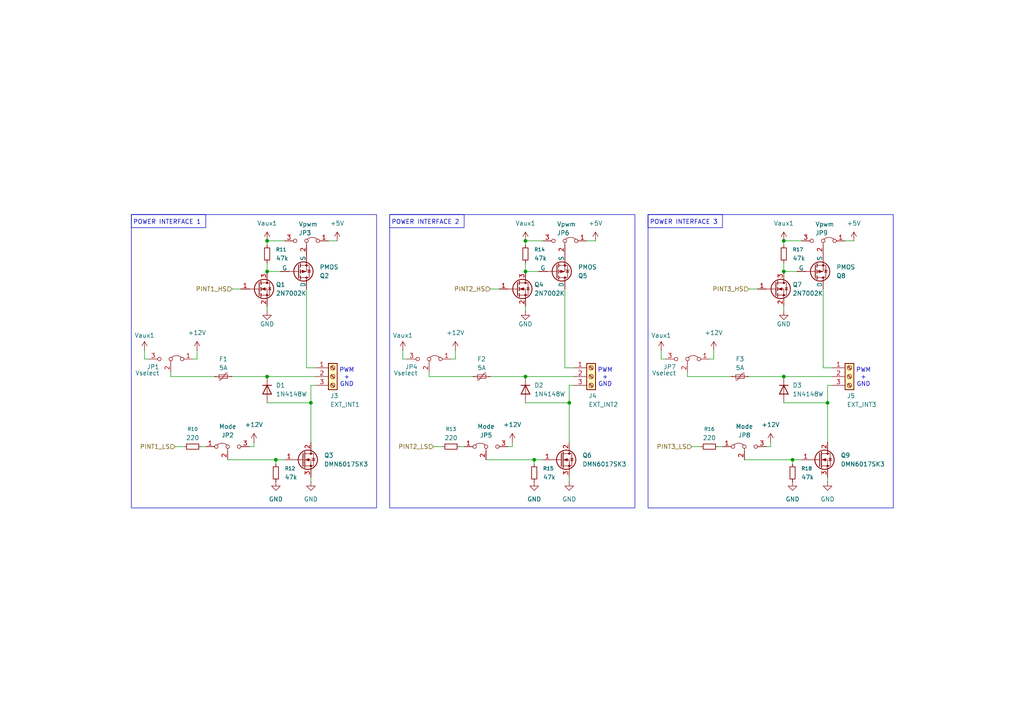
<source format=kicad_sch>
(kicad_sch (version 20250114) (generator "eeschema") (generator_version "9.0")
  (paper "A4")
  (title_block (title "Modulo Attuazione") (date "2025-11-28") (company "StarPi"))
  (lib_symbols
    (symbol "Connector:Screw_Terminal_01x03" (pin_names (offset 1.016) (hide yes))
      (property "Reference" "J" (at 0 5.08 0))
      (property "Value" "Screw_Terminal_01x03" (at 0 -5.08 0))
      (symbol "Screw_Terminal_01x03_1_1"
        (rectangle (start -1.27 3.81) (end 1.27 -3.81) (stroke (width 0.254)) (fill (type background)))
        (polyline (pts (xy -0.5334 2.8702) (xy 0.3302 2.032)) (stroke (width 0.1524)))
        (polyline (pts (xy -0.5334 0.3302) (xy 0.3302 -0.508)) (stroke (width 0.1524)))
        (polyline (pts (xy -0.5334 -2.2098) (xy 0.3302 -3.048)) (stroke (width 0.1524)))
        (polyline (pts (xy -0.3556 3.048) (xy 0.508 2.2098)) (stroke (width 0.1524)))
        (polyline (pts (xy -0.3556 0.508) (xy 0.508 -0.3302)) (stroke (width 0.1524)))
        (polyline (pts (xy -0.3556 -2.032) (xy 0.508 -2.8702)) (stroke (width 0.1524)))
        (circle (center 0 2.54) (radius 0.635) (stroke (width 0.1524)))
        (circle (center 0 0) (radius 0.635) (stroke (width 0.1524)))
        (circle (center 0 -2.54) (radius 0.635) (stroke (width 0.1524)))
        (pin passive line (at -5.08 2.54 0) (length 3.81) (name "Pin_1") (number "1"))
        (pin passive line (at -5.08 0 0) (length 3.81) (name "Pin_2") (number "2"))
        (pin passive line (at -5.08 -2.54 0) (length 3.81) (name "Pin_3") (number "3"))
      )
    )
    (symbol "Device:Polyfuse_Small" (pin_numbers (hide yes)) (pin_names (offset 0))
      (property "Reference" "F" (at -1.905 0 90))
      (property "Value" "Polyfuse_Small" (at 1.905 0 90))
      (symbol "Polyfuse_Small_0_1"
        (polyline (pts (xy -1.016 1.27) (xy -1.016 0.762) (xy 1.016 -0.762) (xy 1.016 -1.27)))
        (rectangle (start -0.508 1.27) (end 0.508 -1.27))
        (polyline (pts (xy 0 2.54) (xy 0 -2.54)))
      )
      (symbol "Polyfuse_Small_1_1"
        (pin passive line (at 0 2.54 270) (length 0.635) (name "~") (number "1"))
        (pin passive line (at 0 -2.54 90) (length 0.635) (name "~") (number "2"))
      )
    )
    (symbol "Device:R_Small" (pin_numbers (hide yes)) (pin_names (offset 0.254) (hide yes))
      (property "Reference" "R" (at 0 0 90))
      (property "Value" "R_Small" (at 1.778 0 90))
      (symbol "R_Small_0_1"
        (rectangle (start -0.762 1.778) (end 0.762 -1.778) (stroke (width 0.2032)))
      )
      (symbol "R_Small_1_1"
        (pin passive line (at 0 2.54 270) (length 0.762) (name "~") (number "1"))
        (pin passive line (at 0 -2.54 90) (length 0.762) (name "~") (number "2"))
      )
    )
    (symbol "Diode:1N4148W" (pin_numbers (hide yes)) (pin_names (hide yes))
      (property "Reference" "D" (at 0 2.54 0))
      (property "Value" "1N4148W" (at 0 -2.54 0))
      (symbol "1N4148W_0_1"
        (polyline (pts (xy -1.27 1.27) (xy -1.27 -1.27)) (stroke (width 0.254)))
        (polyline (pts (xy 1.27 1.27) (xy 1.27 -1.27) (xy -1.27 0) (xy 1.27 1.27)) (stroke (width 0.254)))
        (polyline (pts (xy 1.27 0) (xy -1.27 0)))
      )
      (symbol "1N4148W_1_1"
        (pin passive line (at -3.81 0 0) (length 2.54) (name "K") (number "1"))
        (pin passive line (at 3.81 0 180) (length 2.54) (name "A") (number "2"))
      )
    )
    (symbol "Jumper:Jumper_3_Bridged12" (pin_names (offset 0) (hide yes)) (in_bom no)
      (property "Reference" "JP" (at -2.54 -2.54 0))
      (property "Value" "Jumper_3_Bridged12" (at 0 2.794 0))
      (symbol "Jumper_3_Bridged12_0_0"
        (circle (center -3.302 0) (radius 0.508))
        (circle (center 0 0) (radius 0.508))
        (circle (center 3.302 0) (radius 0.508))
      )
      (symbol "Jumper_3_Bridged12_0_1"
        (arc (start -3.048 0.508) (mid -1.651 0.9912) (end -0.254 0.508))
        (polyline (pts (xy 0 -1.27) (xy 0 -0.508)))
      )
      (symbol "Jumper_3_Bridged12_1_1"
        (pin passive line (at -6.35 0 0) (length 2.54) (name "A") (number "1"))
        (pin passive line (at 0 -3.81 90) (length 2.54) (name "C") (number "2"))
        (pin passive line (at 6.35 0 180) (length 2.54) (name "B") (number "3"))
      )
    )
    (symbol "Simulation_SPICE:PMOS" (pin_numbers (hide yes)) (pin_names (offset 0))
      (property "Reference" "Q" (at 5.08 1.27 0))
      (property "Value" "PMOS" (at 5.08 -1.27 0))
      (symbol "PMOS_0_1"
        (polyline (pts (xy 0.254 1.905) (xy 0.254 -1.905)) (stroke (width 0.254)))
        (polyline (pts (xy 0.254 0) (xy -2.54 0)))
        (polyline (pts (xy 0.762 2.286) (xy 0.762 1.27)) (stroke (width 0.254)))
        (polyline (pts (xy 0.762 1.778) (xy 3.302 1.778) (xy 3.302 -1.778) (xy 0.762 -1.778)))
        (polyline (pts (xy 0.762 0.508) (xy 0.762 -0.508)) (stroke (width 0.254)))
        (polyline (pts (xy 0.762 -1.27) (xy 0.762 -2.286)) (stroke (width 0.254)))
        (circle (center 1.651 0) (radius 2.794) (stroke (width 0.254)))
        (polyline (pts (xy 2.286 0) (xy 1.27 0.381) (xy 1.27 -0.381) (xy 2.286 0)) (fill (type outline)))
        (polyline (pts (xy 2.54 2.54) (xy 2.54 1.778)))
        (circle (center 2.54 1.778) (radius 0.254) (fill (type outline)))
        (circle (center 2.54 -1.778) (radius 0.254) (fill (type outline)))
        (polyline (pts (xy 2.54 -2.54) (xy 2.54 0) (xy 0.762 0)))
        (polyline (pts (xy 2.794 -0.508) (xy 2.921 -0.381) (xy 3.683 -0.381) (xy 3.81 -0.254)))
        (polyline (pts (xy 3.302 -0.381) (xy 2.921 0.254) (xy 3.683 0.254) (xy 3.302 -0.381)))
      )
      (symbol "PMOS_1_1"
        (pin input line (at -5.08 0 0) (length 2.54) (name "G") (number "2"))
        (pin passive line (at 2.54 5.08 270) (length 2.54) (name "D") (number "1"))
        (pin passive line (at 2.54 -5.08 90) (length 2.54) (name "S") (number "3"))
      )
    )
    (symbol "Transistor_FET:2N7002K" (pin_names (offset 0) (hide yes))
      (property "Reference" "Q" (at 5.08 1.905 0))
      (property "Value" "2N7002K" (at 5.08 0 0))
      (symbol "2N7002K_0_1"
        (polyline (pts (xy 0.254 1.905) (xy 0.254 -1.905)) (stroke (width 0.254)))
        (polyline (pts (xy 0.254 0) (xy -2.54 0)))
        (polyline (pts (xy 0.762 2.286) (xy 0.762 1.27)) (stroke (width 0.254)))
        (polyline (pts (xy 0.762 0.508) (xy 0.762 -0.508)) (stroke (width 0.254)))
        (polyline (pts (xy 0.762 -1.27) (xy 0.762 -2.286)) (stroke (width 0.254)))
        (polyline (pts (xy 0.762 -1.778) (xy 3.302 -1.778) (xy 3.302 1.778) (xy 0.762 1.778)))
        (polyline (pts (xy 1.016 0) (xy 2.032 0.381) (xy 2.032 -0.381) (xy 1.016 0)) (fill (type outline)))
        (circle (center 1.651 0) (radius 2.794) (stroke (width 0.254)))
        (polyline (pts (xy 2.54 2.54) (xy 2.54 1.778)))
        (circle (center 2.54 1.778) (radius 0.254) (fill (type outline)))
        (circle (center 2.54 -1.778) (radius 0.254) (fill (type outline)))
        (polyline (pts (xy 2.54 -2.54) (xy 2.54 0) (xy 0.762 0)))
        (polyline (pts (xy 2.921 0.381) (xy 3.683 0.381)))
        (polyline (pts (xy 3.302 0.381) (xy 2.921 -0.254) (xy 3.683 -0.254) (xy 3.302 0.381)))
      )
      (symbol "2N7002K_1_1"
        (pin input line (at -5.08 0 0) (length 2.54) (name "G") (number "1"))
        (pin passive line (at 2.54 5.08 270) (length 2.54) (name "D") (number "3"))
        (pin passive line (at 2.54 -5.08 90) (length 2.54) (name "S") (number "2"))
      )
    )
    (symbol "Transistor_FET_Other:Q_NMOS_Depletion_GDS" (pin_names (offset 0) (hide yes))
      (property "Reference" "Q" (at 5.08 1.905 0))
      (property "Value" "Q_NMOS_Depletion_GDS" (at 5.08 0 0))
      (symbol "Q_NMOS_Depletion_GDS_0_1"
        (polyline (pts (xy 0.254 1.905) (xy 0.254 -1.905)) (stroke (width 0.254)))
        (polyline (pts (xy 0.254 0) (xy -2.54 0)))
        (polyline (pts (xy 0.762 2.286) (xy 0.762 -2.286)) (stroke (width 0.254)))
        (polyline (pts (xy 0.762 -1.778) (xy 3.302 -1.778) (xy 3.302 1.778) (xy 0.762 1.778)))
        (polyline (pts (xy 1.016 0) (xy 2.032 0.381) (xy 2.032 -0.381) (xy 1.016 0)) (fill (type outline)))
        (circle (center 1.651 0) (radius 2.794) (stroke (width 0.254)))
        (polyline (pts (xy 2.54 2.54) (xy 2.54 1.778)))
        (circle (center 2.54 1.778) (radius 0.254) (fill (type outline)))
        (circle (center 2.54 -1.778) (radius 0.254) (fill (type outline)))
        (polyline (pts (xy 2.54 -2.54) (xy 2.54 0) (xy 0.762 0)))
        (polyline (pts (xy 2.794 0.508) (xy 2.921 0.381) (xy 3.683 0.381) (xy 3.81 0.254)))
        (polyline (pts (xy 3.302 0.381) (xy 2.921 -0.254) (xy 3.683 -0.254) (xy 3.302 0.381)))
      )
      (symbol "Q_NMOS_Depletion_GDS_1_1"
        (pin input line (at -5.08 0 0) (length 2.54) (name "G") (number "1"))
        (pin passive line (at 2.54 5.08 270) (length 2.54) (name "D") (number "2"))
        (pin passive line (at 2.54 -5.08 90) (length 2.54) (name "S") (number "3"))
      )
    )
    (symbol "power:+12V" (power) (pin_numbers (hide yes)) (pin_names (offset 0) (hide yes))
      (property "Value" "+12V" (at 0 3.556 0))
      (symbol "+12V_0_1"
        (polyline (pts (xy -0.762 1.27) (xy 0 2.54)))
        (polyline (pts (xy 0 2.54) (xy 0.762 1.27)))
        (polyline (pts (xy 0 0) (xy 0 2.54)))
      )
      (symbol "+12V_1_1"
        (pin power_in line (at 0 0 90) (length 0) (name "~") (number "1"))
      )
    )
    (symbol "power:+5V" (power) (pin_numbers (hide yes)) (pin_names (offset 0) (hide yes))
      (property "Value" "+5V" (at 0 3.556 0))
      (symbol "+5V_0_1"
        (polyline (pts (xy -0.762 1.27) (xy 0 2.54)))
        (polyline (pts (xy 0 2.54) (xy 0.762 1.27)))
        (polyline (pts (xy 0 0) (xy 0 2.54)))
      )
      (symbol "+5V_1_1"
        (pin power_in line (at 0 0 90) (length 0) (name "~") (number "1"))
      )
    )
    (symbol "power:+9V" (power) (pin_numbers (hide yes)) (pin_names (offset 0) (hide yes))
      (property "Value" "+9V" (at 0 3.556 0))
      (symbol "+9V_0_1"
        (polyline (pts (xy -0.762 1.27) (xy 0 2.54)))
        (polyline (pts (xy 0 2.54) (xy 0.762 1.27)))
        (polyline (pts (xy 0 0) (xy 0 2.54)))
      )
      (symbol "+9V_1_1"
        (pin power_in line (at 0 0 90) (length 0) (name "~") (number "1"))
      )
    )
    (symbol "power:GND" (power) (pin_numbers (hide yes)) (pin_names (offset 0) (hide yes))
      (property "Value" "GND" (at 0 -3.81 0))
      (symbol "GND_0_1"
        (polyline (pts (xy 0 0) (xy 0 -1.27) (xy 1.27 -1.27) (xy 0 -2.54) (xy -1.27 -1.27) (xy 0 -1.27)))
      )
      (symbol "GND_1_1"
        (pin power_in line (at 0 0 270) (length 0) (name "~") (number "1"))
      )
    )
  )
  (rectangle (start 187.96 62.23) (end 209.55 66.04))
  (rectangle (start 38.1 62.23) (end 59.69 66.04))
  (rectangle (start 187.96 62.23) (end 259.08 147.32))
  (rectangle (start 38.1 62.23) (end 109.22 147.32))
  (rectangle (start 113.03 62.23) (end 184.15 147.32))
  (rectangle (start 113.03 62.23) (end 134.62 66.04))
  (text "POWER INTERFACE 2" (at 113.538 64.516 0) (effects (font (size 1.27 1.27)) (justify left)))
  (text "PWM\n+\nGND" (at 175.514 109.474 0) (effects (font (size 1.27 1.27))))
  (text "PWM\n+\nGND" (at 250.444 109.474 0) (effects (font (size 1.27 1.27))))
  (text "POWER INTERFACE 3" (at 188.468 64.516 0) (effects (font (size 1.27 1.27)) (justify left)))
  (text "POWER INTERFACE 1" (at 38.608 64.516 0) (effects (font (size 1.27 1.27)) (justify left)))
  (text "PWM\n+\nGND" (at 100.584 109.474 0) (effects (font (size 1.27 1.27))))
  (junction (at 152.4 69.85))
  (junction (at 154.94 133.35))
  (junction (at 229.87 133.35))
  (junction (at 240.03 116.84))
  (junction (at 90.17 116.84))
  (junction (at 77.47 78.74))
  (junction (at 152.4 78.74))
  (junction (at 152.4 109.22))
  (junction (at 77.47 109.22))
  (junction (at 165.1 116.84))
  (junction (at 227.33 69.85))
  (junction (at 227.33 109.22))
  (junction (at 227.33 78.74))
  (junction (at 80.01 133.35))
  (junction (at 77.47 69.85))
  (wire (pts (xy 205.74 104.14) (xy 207.01 104.14)))
  (wire (pts (xy 240.03 138.43) (xy 240.03 139.7)))
  (wire (pts (xy 193.04 104.14) (xy 191.77 104.14)))
  (wire (pts (xy 170.18 69.85) (xy 172.72 69.85)))
  (wire (pts (xy 90.17 116.84) (xy 90.17 111.76)))
  (wire (pts (xy 152.4 90.17) (xy 152.4 88.9)))
  (wire (pts (xy 152.4 116.84) (xy 165.1 116.84)))
  (wire (pts (xy 199.39 109.22) (xy 199.39 107.95)))
  (wire (pts (xy 245.11 69.85) (xy 247.65 69.85)))
  (wire (pts (xy 90.17 111.76) (xy 91.44 111.76)))
  (wire (pts (xy 215.9 133.35) (xy 229.87 133.35)))
  (wire (pts (xy 88.9 83.82) (xy 88.9 106.68)))
  (wire (pts (xy 200.66 129.54) (xy 203.2 129.54)))
  (wire (pts (xy 124.46 109.22) (xy 137.16 109.22)))
  (wire (pts (xy 223.52 129.54) (xy 223.52 128.27)))
  (wire (pts (xy 152.4 76.2) (xy 152.4 78.74)))
  (wire (pts (xy 229.87 134.62) (xy 229.87 133.35)))
  (wire (pts (xy 90.17 128.27) (xy 90.17 116.84)))
  (wire (pts (xy 231.14 78.74) (xy 227.33 78.74)))
  (wire (pts (xy 57.15 104.14) (xy 57.15 101.6)))
  (wire (pts (xy 49.53 109.22) (xy 49.53 107.95)))
  (wire (pts (xy 77.47 69.85) (xy 77.47 71.12)))
  (wire (pts (xy 73.66 129.54) (xy 73.66 128.27)))
  (wire (pts (xy 148.59 129.54) (xy 148.59 128.27)))
  (wire (pts (xy 125.73 129.54) (xy 128.27 129.54)))
  (wire (pts (xy 207.01 104.14) (xy 207.01 101.6)))
  (wire (pts (xy 154.94 133.35) (xy 157.48 133.35)))
  (wire (pts (xy 77.47 90.17) (xy 77.47 88.9)))
  (wire (pts (xy 116.84 104.14) (xy 116.84 101.6)))
  (wire (pts (xy 90.17 138.43) (xy 90.17 139.7)))
  (wire (pts (xy 238.76 83.82) (xy 238.76 106.68)))
  (wire (pts (xy 43.18 104.14) (xy 41.91 104.14)))
  (wire (pts (xy 152.4 69.85) (xy 157.48 69.85)))
  (wire (pts (xy 191.77 104.14) (xy 191.77 101.6)))
  (wire (pts (xy 80.01 133.35) (xy 82.55 133.35)))
  (wire (pts (xy 163.83 83.82) (xy 163.83 106.68)))
  (wire (pts (xy 165.1 128.27) (xy 165.1 116.84)))
  (wire (pts (xy 142.24 109.22) (xy 152.4 109.22)))
  (wire (pts (xy 165.1 116.84) (xy 165.1 111.76)))
  (wire (pts (xy 58.42 129.54) (xy 59.69 129.54)))
  (wire (pts (xy 227.33 90.17) (xy 227.33 88.9)))
  (wire (pts (xy 140.97 133.35) (xy 154.94 133.35)))
  (wire (pts (xy 41.91 104.14) (xy 41.91 101.6)))
  (wire (pts (xy 77.47 69.85) (xy 82.55 69.85)))
  (wire (pts (xy 217.17 109.22) (xy 227.33 109.22)))
  (wire (pts (xy 50.8 129.54) (xy 53.34 129.54)))
  (wire (pts (xy 227.33 109.22) (xy 241.3 109.22)))
  (wire (pts (xy 49.53 109.22) (xy 62.23 109.22)))
  (wire (pts (xy 77.47 76.2) (xy 77.47 78.74)))
  (wire (pts (xy 240.03 111.76) (xy 241.3 111.76)))
  (wire (pts (xy 133.35 129.54) (xy 134.62 129.54)))
  (wire (pts (xy 80.01 134.62) (xy 80.01 133.35)))
  (wire (pts (xy 156.21 78.74) (xy 152.4 78.74)))
  (wire (pts (xy 66.04 133.35) (xy 80.01 133.35)))
  (wire (pts (xy 227.33 76.2) (xy 227.33 78.74)))
  (wire (pts (xy 132.08 104.14) (xy 132.08 101.6)))
  (wire (pts (xy 208.28 129.54) (xy 209.55 129.54)))
  (wire (pts (xy 77.47 109.22) (xy 91.44 109.22)))
  (wire (pts (xy 130.81 104.14) (xy 132.08 104.14)))
  (wire (pts (xy 238.76 106.68) (xy 241.3 106.68)))
  (wire (pts (xy 163.83 106.68) (xy 166.37 106.68)))
  (wire (pts (xy 229.87 133.35) (xy 232.41 133.35)))
  (wire (pts (xy 199.39 109.22) (xy 212.09 109.22)))
  (wire (pts (xy 142.24 83.82) (xy 144.78 83.82)))
  (wire (pts (xy 154.94 134.62) (xy 154.94 133.35)))
  (wire (pts (xy 217.17 83.82) (xy 219.71 83.82)))
  (wire (pts (xy 73.66 129.54) (xy 72.39 129.54)))
  (wire (pts (xy 95.25 69.85) (xy 97.79 69.85)))
  (wire (pts (xy 165.1 138.43) (xy 165.1 139.7)))
  (wire (pts (xy 227.33 116.84) (xy 240.03 116.84)))
  (wire (pts (xy 88.9 106.68) (xy 91.44 106.68)))
  (wire (pts (xy 118.11 104.14) (xy 116.84 104.14)))
  (wire (pts (xy 165.1 111.76) (xy 166.37 111.76)))
  (wire (pts (xy 67.31 109.22) (xy 77.47 109.22)))
  (wire (pts (xy 55.88 104.14) (xy 57.15 104.14)))
  (wire (pts (xy 152.4 109.22) (xy 166.37 109.22)))
  (wire (pts (xy 81.28 78.74) (xy 77.47 78.74)))
  (wire (pts (xy 152.4 69.85) (xy 152.4 71.12)))
  (wire (pts (xy 223.52 129.54) (xy 222.25 129.54)))
  (wire (pts (xy 240.03 116.84) (xy 240.03 111.76)))
  (wire (pts (xy 227.33 69.85) (xy 232.41 69.85)))
  (wire (pts (xy 67.31 83.82) (xy 69.85 83.82)))
  (wire (pts (xy 124.46 109.22) (xy 124.46 107.95)))
  (wire (pts (xy 240.03 128.27) (xy 240.03 116.84)))
  (wire (pts (xy 148.59 129.54) (xy 147.32 129.54)))
  (wire (pts (xy 77.47 116.84) (xy 90.17 116.84)))
  (wire (pts (xy 227.33 69.85) (xy 227.33 71.12)))
  (hierarchical_label "PINT2_LS" (shape input) (at 125.73 129.54 180))
  (hierarchical_label "PINT1_HS" (shape input) (at 67.31 83.82 180))
  (hierarchical_label "PINT2_HS" (shape input) (at 142.24 83.82 180))
  (hierarchical_label "PINT1_LS" (shape input) (at 50.8 129.54 180))
  (hierarchical_label "PINT3_HS" (shape input) (at 217.17 83.82 180))
  (hierarchical_label "PINT3_LS" (shape input) (at 200.66 129.54 180))
  (symbol (lib_id "Device:Polyfuse_Small") (at 214.63 109.22 90) (unit 1)
    (property "Reference" "F3" (at 214.63 104.14 90))
    (property "Value" "5A" (at 214.63 106.68 90))
    (property "Description" "Resettable fuse, polymeric positive temperature coefficient, small symbol" (effects (hide yes)))
  )
  (symbol (lib_id "Jumper:Jumper_3_Bridged12") (at 88.9 69.85 0) (mirror y) (unit 1) (in_bom no)
    (property "Reference" "JP3" (at 86.614 67.564 0) (effects (justify right)))
    (property "Value" "Vpwm" (at 86.614 65.024 0) (effects (justify right)))
    (property "Description" "Jumper, 3-pole, pins 1+2 closed/bridged" (effects (hide yes)))
  )
  (symbol (lib_id "Jumper:Jumper_3_Bridged12") (at 199.39 104.14 0) (mirror y) (unit 1) (in_bom no)
    (property "Reference" "JP7" (at 196.088 106.426 0) (effects (justify left)))
    (property "Value" "Vselect" (at 196.0879 108.204 0) (effects (justify left)))
    (property "Description" "Jumper, 3-pole, pins 1+2 closed/bridged" (effects (hide yes)))
  )
  (symbol (lib_id "power:+9V") (at 77.47 69.85 0) (unit 1)
    (property "Reference" "#PWR028" (effects (hide yes)))
    (property "Value" "Vaux1" (at 77.47 64.77 0))
    (property "Description" "Power symbol creates a global label with name \"+9V\"" (effects (hide yes)))
  )
  (symbol (lib_id "Connector:Screw_Terminal_01x03") (at 171.45 109.22 0) (unit 1)
    (property "Reference" "J4" (at 170.688 114.808 0) (effects (justify left)))
    (property "Value" "EXT_INT2" (at 170.688 117.348 0) (effects (justify left)))
    (property "Description" "Generic screw terminal, single row, 01x03, script generated (kicad-library-utils/schlib/autogen/connector/)" (effects (hide yes)))
  )
  (symbol (lib_id "Diode:1N4148W") (at 152.4 113.03 270) (unit 1)
    (property "Reference" "D2" (at 154.94 111.7599 90) (effects (justify left)))
    (property "Value" "1N4148W" (at 154.94 114.2999 90) (effects (justify left)))
    (property "Footprint" "Diode_SMD:D_SOD-123" (effects (hide yes)))
    (property "Datasheet" "https://www.vishay.com/docs/85748/1n4148w.pdf" (effects (hide yes)))
    (property "Description" "75V 0.15A Fast Switching Diode, SOD-123" (effects (hide yes)))
    (property "Sim.Device" "D" (effects (hide yes)))
    (property "Sim.Pins" "1=K 2=A" (effects (hide yes)))
  )
  (symbol (lib_id "Device:R_Small") (at 229.87 137.16 180) (unit 1)
    (property "Reference" "R18" (at 232.41 135.8899 0) (effects (font (size 1.016 1.016)) (justify right)))
    (property "Value" "47k" (at 232.41 138.4299 0) (effects (justify right)))
    (property "Footprint" "Resistor_SMD:R_0603_1608Metric_Pad0.98x0.95mm_HandSolder" (effects (hide yes)))
    (property "Description" "Resistor, small symbol" (effects (hide yes)))
  )
  (symbol (lib_id "Simulation_SPICE:PMOS") (at 86.36 78.74 0) (mirror x) (unit 1)
    (property "Reference" "Q2" (at 92.71 80.0101 0) (effects (justify left)))
    (property "Value" "PMOS" (at 92.71 77.4701 0) (effects (justify left)))
    (property "Datasheet" "https://ngspice.sourceforge.io/docs/ngspice-html-manual/manual.xhtml#cha_MOSFETs" (effects (hide yes)))
    (property "Description" "P-MOSFET transistor, drain/source/gate" (effects (hide yes)))
    (property "Sim.Device" "PMOS" (effects (hide yes)))
    (property "Sim.Type" "VDMOS" (effects (hide yes)))
    (property "Sim.Pins" "1=D 2=G 3=S" (effects (hide yes)))
  )
  (symbol (lib_id "Simulation_SPICE:PMOS") (at 161.29 78.74 0) (mirror x) (unit 1)
    (property "Reference" "Q5" (at 167.64 80.0101 0) (effects (justify left)))
    (property "Value" "PMOS" (at 167.64 77.4701 0) (effects (justify left)))
    (property "Datasheet" "https://ngspice.sourceforge.io/docs/ngspice-html-manual/manual.xhtml#cha_MOSFETs" (effects (hide yes)))
    (property "Description" "P-MOSFET transistor, drain/source/gate" (effects (hide yes)))
    (property "Sim.Device" "PMOS" (effects (hide yes)))
    (property "Sim.Type" "VDMOS" (effects (hide yes)))
    (property "Sim.Pins" "1=D 2=G 3=S" (effects (hide yes)))
  )
  (symbol (lib_id "power:GND") (at 90.17 139.7 0) (unit 1)
    (property "Reference" "#PWR031" (effects (hide yes)))
    (property "Value" "GND" (at 90.17 144.78 0))
    (property "Description" "Power symbol creates a global label with name \"GND\" , ground" (effects (hide yes)))
  )
  (symbol (lib_id "power:GND") (at 240.03 139.7 0) (unit 1)
    (property "Reference" "#PWR047" (effects (hide yes)))
    (property "Value" "GND" (at 240.03 144.78 0))
    (property "Description" "Power symbol creates a global label with name \"GND\" , ground" (effects (hide yes)))
  )
  (symbol (lib_id "Jumper:Jumper_3_Bridged12") (at 238.76 69.85 0) (mirror y) (unit 1) (in_bom no)
    (property "Reference" "JP9" (at 236.474 67.564 0) (effects (justify right)))
    (property "Value" "Vpwm" (at 236.474 65.024 0) (effects (justify right)))
    (property "Description" "Jumper, 3-pole, pins 1+2 closed/bridged" (effects (hide yes)))
  )
  (symbol (lib_id "power:+5V") (at 172.72 69.85 0) (unit 1)
    (property "Reference" "#PWR040" (effects (hide yes)))
    (property "Value" "+5V" (at 172.72 64.77 0))
    (property "Description" "Power symbol creates a global label with name \"+5V\"" (effects (hide yes)))
  )
  (symbol (lib_id "power:GND") (at 227.33 90.17 0) (unit 1)
    (property "Reference" "#PWR045" (effects (hide yes)))
    (property "Value" "GND" (at 227.33 93.98 0))
    (property "Description" "Power symbol creates a global label with name \"GND\" , ground" (effects (hide yes)))
  )
  (symbol (lib_id "power:+12V") (at 148.59 128.27 0) (unit 1)
    (property "Reference" "#PWR035" (effects (hide yes)))
    (property "Value" "+12V" (at 148.59 123.19 0))
    (property "Description" "Power symbol creates a global label with name \"+12V\"" (effects (hide yes)))
  )
  (symbol (lib_id "Transistor_FET:2N7002K") (at 149.86 83.82 0) (unit 1)
    (property "Reference" "Q4" (at 154.94 82.55 0) (effects (justify left)))
    (property "Value" "2N7002K" (at 154.94 85.09 0) (effects (justify left)))
    (property "Footprint" "Package_TO_SOT_SMD:SOT-23" (effects (hide yes)))
    (property "Datasheet" "https://www.diodes.com/assets/Datasheets/ds30896.pdf" (effects (hide yes)))
    (property "Description" "0.38A Id, 60V Vds, N-Channel MOSFET, SOT-23" (effects (hide yes)))
  )
  (symbol (lib_id "Jumper:Jumper_3_Bridged12") (at 140.97 129.54 0) (unit 1) (in_bom no)
    (property "Reference" "JP5" (at 140.97 126.238 0))
    (property "Value" "Mode" (at 140.97 123.698 0))
    (property "Description" "Jumper, 3-pole, pins 1+2 closed/bridged" (effects (hide yes)))
  )
  (symbol (lib_id "Jumper:Jumper_3_Bridged12") (at 163.83 69.85 0) (mirror y) (unit 1) (in_bom no)
    (property "Reference" "JP6" (at 161.544 67.564 0) (effects (justify right)))
    (property "Value" "Vpwm" (at 161.544 65.024 0) (effects (justify right)))
    (property "Description" "Jumper, 3-pole, pins 1+2 closed/bridged" (effects (hide yes)))
  )
  (symbol (lib_id "Device:R_Small") (at 152.4 73.66 180) (unit 1)
    (property "Reference" "R14" (at 154.94 72.3899 0) (effects (font (size 1.016 1.016)) (justify right)))
    (property "Value" "47k" (at 154.94 74.9299 0) (effects (justify right)))
    (property "Footprint" "Resistor_SMD:R_0603_1608Metric_Pad0.98x0.95mm_HandSolder" (effects (hide yes)))
    (property "Description" "Resistor, small symbol" (effects (hide yes)))
  )
  (symbol (lib_id "Transistor_FET_Other:Q_NMOS_Depletion_GDS") (at 237.49 133.35 0) (unit 1)
    (property "Reference" "Q9" (at 243.84 132.0799 0) (effects (justify left)))
    (property "Value" "DMN6017SK3" (at 243.84 134.6199 0) (effects (justify left)))
    (property "Description" "Depletion-mode N-channel MOSFET gate/drain/source" (effects (hide yes)))
  )
  (symbol (lib_id "Device:R_Small") (at 205.74 129.54 90) (unit 1)
    (property "Reference" "R16" (at 205.74 124.46 90) (effects (font (size 1.016 1.016))))
    (property "Value" "220" (at 205.74 127 90))
    (property "Footprint" "Resistor_SMD:R_0603_1608Metric_Pad0.98x0.95mm_HandSolder" (effects (hide yes)))
    (property "Description" "Resistor, small symbol" (effects (hide yes)))
  )
  (symbol (lib_id "Device:R_Small") (at 55.88 129.54 90) (unit 1)
    (property "Reference" "R10" (at 55.88 124.46 90) (effects (font (size 1.016 1.016))))
    (property "Value" "220" (at 55.88 127 90))
    (property "Footprint" "Resistor_SMD:R_0603_1608Metric_Pad0.98x0.95mm_HandSolder" (effects (hide yes)))
    (property "Description" "Resistor, small symbol" (effects (hide yes)))
  )
  (symbol (lib_id "power:+12V") (at 57.15 101.6 0) (unit 1)
    (property "Reference" "#PWR026" (effects (hide yes)))
    (property "Value" "+12V" (at 57.15 96.52 0))
    (property "Description" "Power symbol creates a global label with name \"+12V\"" (effects (hide yes)))
  )
  (symbol (lib_id "power:GND") (at 152.4 90.17 0) (unit 1)
    (property "Reference" "#PWR037" (effects (hide yes)))
    (property "Value" "GND" (at 152.4 93.98 0))
    (property "Description" "Power symbol creates a global label with name \"GND\" , ground" (effects (hide yes)))
  )
  (symbol (lib_id "Transistor_FET_Other:Q_NMOS_Depletion_GDS") (at 162.56 133.35 0) (unit 1)
    (property "Reference" "Q6" (at 168.91 132.0799 0) (effects (justify left)))
    (property "Value" "DMN6017SK3" (at 168.91 134.6199 0) (effects (justify left)))
    (property "Description" "Depletion-mode N-channel MOSFET gate/drain/source" (effects (hide yes)))
  )
  (symbol (lib_id "Transistor_FET:2N7002K") (at 224.79 83.82 0) (unit 1)
    (property "Reference" "Q7" (at 229.87 82.55 0) (effects (justify left)))
    (property "Value" "2N7002K" (at 229.87 85.09 0) (effects (justify left)))
    (property "Footprint" "Package_TO_SOT_SMD:SOT-23" (effects (hide yes)))
    (property "Datasheet" "https://www.diodes.com/assets/Datasheets/ds30896.pdf" (effects (hide yes)))
    (property "Description" "0.38A Id, 60V Vds, N-Channel MOSFET, SOT-23" (effects (hide yes)))
  )
  (symbol (lib_id "power:GND") (at 80.01 139.7 0) (unit 1)
    (property "Reference" "#PWR030" (effects (hide yes)))
    (property "Value" "GND" (at 80.01 144.78 0))
    (property "Description" "Power symbol creates a global label with name \"GND\" , ground" (effects (hide yes)))
  )
  (symbol (lib_id "power:+9V") (at 41.91 101.6 0) (unit 1)
    (property "Reference" "#PWR025" (effects (hide yes)))
    (property "Value" "Vaux1" (at 41.91 97.282 0))
    (property "Description" "Power symbol creates a global label with name \"+9V\"" (effects (hide yes)))
  )
  (symbol (lib_id "Jumper:Jumper_3_Bridged12") (at 66.04 129.54 0) (unit 1) (in_bom no)
    (property "Reference" "JP2" (at 66.04 126.238 0))
    (property "Value" "Mode" (at 66.04 123.698 0))
    (property "Description" "Jumper, 3-pole, pins 1+2 closed/bridged" (effects (hide yes)))
  )
  (symbol (lib_id "power:+9V") (at 227.33 69.85 0) (unit 1)
    (property "Reference" "#PWR044" (effects (hide yes)))
    (property "Value" "Vaux1" (at 227.33 64.77 0))
    (property "Description" "Power symbol creates a global label with name \"+9V\"" (effects (hide yes)))
  )
  (symbol (lib_id "power:GND") (at 165.1 139.7 0) (unit 1)
    (property "Reference" "#PWR039" (effects (hide yes)))
    (property "Value" "GND" (at 165.1 144.78 0))
    (property "Description" "Power symbol creates a global label with name \"GND\" , ground" (effects (hide yes)))
  )
  (symbol (lib_id "Device:Polyfuse_Small") (at 139.7 109.22 90) (unit 1)
    (property "Reference" "F2" (at 139.7 104.14 90))
    (property "Value" "5A" (at 139.7 106.68 90))
    (property "Description" "Resettable fuse, polymeric positive temperature coefficient, small symbol" (effects (hide yes)))
  )
  (symbol (lib_id "power:+12V") (at 73.66 128.27 0) (unit 1)
    (property "Reference" "#PWR027" (effects (hide yes)))
    (property "Value" "+12V" (at 73.66 123.19 0))
    (property "Description" "Power symbol creates a global label with name \"+12V\"" (effects (hide yes)))
  )
  (symbol (lib_id "power:+9V") (at 116.84 101.6 0) (unit 1)
    (property "Reference" "#PWR033" (effects (hide yes)))
    (property "Value" "Vaux1" (at 116.84 97.282 0))
    (property "Description" "Power symbol creates a global label with name \"+9V\"" (effects (hide yes)))
  )
  (symbol (lib_id "Transistor_FET:2N7002K") (at 74.93 83.82 0) (unit 1)
    (property "Reference" "Q1" (at 80.01 82.55 0) (effects (justify left)))
    (property "Value" "2N7002K" (at 80.01 85.09 0) (effects (justify left)))
    (property "Footprint" "Package_TO_SOT_SMD:SOT-23" (effects (hide yes)))
    (property "Datasheet" "https://www.diodes.com/assets/Datasheets/ds30896.pdf" (effects (hide yes)))
    (property "Description" "0.38A Id, 60V Vds, N-Channel MOSFET, SOT-23" (effects (hide yes)))
  )
  (symbol (lib_id "power:GND") (at 229.87 139.7 0) (unit 1)
    (property "Reference" "#PWR046" (effects (hide yes)))
    (property "Value" "GND" (at 229.87 144.78 0))
    (property "Description" "Power symbol creates a global label with name \"GND\" , ground" (effects (hide yes)))
  )
  (symbol (lib_id "Device:R_Small") (at 80.01 137.16 180) (unit 1)
    (property "Reference" "R12" (at 82.55 135.8899 0) (effects (font (size 1.016 1.016)) (justify right)))
    (property "Value" "47k" (at 82.55 138.4299 0) (effects (justify right)))
    (property "Footprint" "Resistor_SMD:R_0603_1608Metric_Pad0.98x0.95mm_HandSolder" (effects (hide yes)))
    (property "Description" "Resistor, small symbol" (effects (hide yes)))
  )
  (symbol (lib_id "Diode:1N4148W") (at 77.47 113.03 270) (unit 1)
    (property "Reference" "D1" (at 80.01 111.7599 90) (effects (justify left)))
    (property "Value" "1N4148W" (at 80.01 114.2999 90) (effects (justify left)))
    (property "Footprint" "Diode_SMD:D_SOD-123" (effects (hide yes)))
    (property "Datasheet" "https://www.vishay.com/docs/85748/1n4148w.pdf" (effects (hide yes)))
    (property "Description" "75V 0.15A Fast Switching Diode, SOD-123" (effects (hide yes)))
    (property "Sim.Device" "D" (effects (hide yes)))
    (property "Sim.Pins" "1=K 2=A" (effects (hide yes)))
  )
  (symbol (lib_id "Transistor_FET_Other:Q_NMOS_Depletion_GDS") (at 87.63 133.35 0) (unit 1)
    (property "Reference" "Q3" (at 93.98 132.0799 0) (effects (justify left)))
    (property "Value" "DMN6017SK3" (at 93.98 134.6199 0) (effects (justify left)))
    (property "Description" "Depletion-mode N-channel MOSFET gate/drain/source" (effects (hide yes)))
  )
  (symbol (lib_id "power:+5V") (at 97.79 69.85 0) (unit 1)
    (property "Reference" "#PWR032" (effects (hide yes)))
    (property "Value" "+5V" (at 97.79 64.77 0))
    (property "Description" "Power symbol creates a global label with name \"+5V\"" (effects (hide yes)))
  )
  (symbol (lib_id "Device:R_Small") (at 154.94 137.16 180) (unit 1)
    (property "Reference" "R15" (at 157.48 135.8899 0) (effects (font (size 1.016 1.016)) (justify right)))
    (property "Value" "47k" (at 157.48 138.4299 0) (effects (justify right)))
    (property "Footprint" "Resistor_SMD:R_0603_1608Metric_Pad0.98x0.95mm_HandSolder" (effects (hide yes)))
    (property "Description" "Resistor, small symbol" (effects (hide yes)))
  )
  (symbol (lib_id "Device:R_Small") (at 130.81 129.54 90) (unit 1)
    (property "Reference" "R13" (at 130.81 124.46 90) (effects (font (size 1.016 1.016))))
    (property "Value" "220" (at 130.81 127 90))
    (property "Footprint" "Resistor_SMD:R_0603_1608Metric_Pad0.98x0.95mm_HandSolder" (effects (hide yes)))
    (property "Description" "Resistor, small symbol" (effects (hide yes)))
  )
  (symbol (lib_id "power:GND") (at 77.47 90.17 0) (unit 1)
    (property "Reference" "#PWR029" (effects (hide yes)))
    (property "Value" "GND" (at 77.47 93.98 0))
    (property "Description" "Power symbol creates a global label with name \"GND\" , ground" (effects (hide yes)))
  )
  (symbol (lib_id "power:+5V") (at 247.65 69.85 0) (unit 1)
    (property "Reference" "#PWR048" (effects (hide yes)))
    (property "Value" "+5V" (at 247.65 64.77 0))
    (property "Description" "Power symbol creates a global label with name \"+5V\"" (effects (hide yes)))
  )
  (symbol (lib_id "power:+9V") (at 191.77 101.6 0) (unit 1)
    (property "Reference" "#PWR041" (effects (hide yes)))
    (property "Value" "Vaux1" (at 191.77 97.282 0))
    (property "Description" "Power symbol creates a global label with name \"+9V\"" (effects (hide yes)))
  )
  (symbol (lib_id "Device:R_Small") (at 77.47 73.66 180) (unit 1)
    (property "Reference" "R11" (at 80.01 72.3899 0) (effects (font (size 1.016 1.016)) (justify right)))
    (property "Value" "47k" (at 80.01 74.9299 0) (effects (justify right)))
    (property "Footprint" "Resistor_SMD:R_0603_1608Metric_Pad0.98x0.95mm_HandSolder" (effects (hide yes)))
    (property "Description" "Resistor, small symbol" (effects (hide yes)))
  )
  (symbol (lib_id "Jumper:Jumper_3_Bridged12") (at 215.9 129.54 0) (unit 1) (in_bom no)
    (property "Reference" "JP8" (at 215.9 126.238 0))
    (property "Value" "Mode" (at 215.9 123.698 0))
    (property "Description" "Jumper, 3-pole, pins 1+2 closed/bridged" (effects (hide yes)))
  )
  (symbol (lib_id "Diode:1N4148W") (at 227.33 113.03 270) (unit 1)
    (property "Reference" "D3" (at 229.87 111.7599 90) (effects (justify left)))
    (property "Value" "1N4148W" (at 229.87 114.2999 90) (effects (justify left)))
    (property "Footprint" "Diode_SMD:D_SOD-123" (effects (hide yes)))
    (property "Datasheet" "https://www.vishay.com/docs/85748/1n4148w.pdf" (effects (hide yes)))
    (property "Description" "75V 0.15A Fast Switching Diode, SOD-123" (effects (hide yes)))
    (property "Sim.Device" "D" (effects (hide yes)))
    (property "Sim.Pins" "1=K 2=A" (effects (hide yes)))
  )
  (symbol (lib_id "Jumper:Jumper_3_Bridged12") (at 124.46 104.14 0) (mirror y) (unit 1) (in_bom no)
    (property "Reference" "JP4" (at 121.158 106.426 0) (effects (justify left)))
    (property "Value" "Vselect" (at 121.1579 108.204 0) (effects (justify left)))
    (property "Description" "Jumper, 3-pole, pins 1+2 closed/bridged" (effects (hide yes)))
  )
  (symbol (lib_id "power:+12V") (at 223.52 128.27 0) (unit 1)
    (property "Reference" "#PWR043" (effects (hide yes)))
    (property "Value" "+12V" (at 223.52 123.19 0))
    (property "Description" "Power symbol creates a global label with name \"+12V\"" (effects (hide yes)))
  )
  (symbol (lib_id "Simulation_SPICE:PMOS") (at 236.22 78.74 0) (mirror x) (unit 1)
    (property "Reference" "Q8" (at 242.57 80.0101 0) (effects (justify left)))
    (property "Value" "PMOS" (at 242.57 77.4701 0) (effects (justify left)))
    (property "Datasheet" "https://ngspice.sourceforge.io/docs/ngspice-html-manual/manual.xhtml#cha_MOSFETs" (effects (hide yes)))
    (property "Description" "P-MOSFET transistor, drain/source/gate" (effects (hide yes)))
    (property "Sim.Device" "PMOS" (effects (hide yes)))
    (property "Sim.Type" "VDMOS" (effects (hide yes)))
    (property "Sim.Pins" "1=D 2=G 3=S" (effects (hide yes)))
  )
  (symbol (lib_id "Device:Polyfuse_Small") (at 64.77 109.22 90) (unit 1)
    (property "Reference" "F1" (at 64.77 104.14 90))
    (property "Value" "5A" (at 64.77 106.68 90))
    (property "Description" "Resettable fuse, polymeric positive temperature coefficient, small symbol" (effects (hide yes)))
  )
  (symbol (lib_id "power:GND") (at 154.94 139.7 0) (unit 1)
    (property "Reference" "#PWR038" (effects (hide yes)))
    (property "Value" "GND" (at 154.94 144.78 0))
    (property "Description" "Power symbol creates a global label with name \"GND\" , ground" (effects (hide yes)))
  )
  (symbol (lib_id "Connector:Screw_Terminal_01x03") (at 96.52 109.22 0) (unit 1)
    (property "Reference" "J3" (at 95.758 114.808 0) (effects (justify left)))
    (property "Value" "EXT_INT1" (at 95.758 117.348 0) (effects (justify left)))
    (property "Description" "Generic screw terminal, single row, 01x03, script generated (kicad-library-utils/schlib/autogen/connector/)" (effects (hide yes)))
  )
  (symbol (lib_id "Device:R_Small") (at 227.33 73.66 180) (unit 1)
    (property "Reference" "R17" (at 229.87 72.3899 0) (effects (font (size 1.016 1.016)) (justify right)))
    (property "Value" "47k" (at 229.87 74.9299 0) (effects (justify right)))
    (property "Footprint" "Resistor_SMD:R_0603_1608Metric_Pad0.98x0.95mm_HandSolder" (effects (hide yes)))
    (property "Description" "Resistor, small symbol" (effects (hide yes)))
  )
  (symbol (lib_id "power:+9V") (at 152.4 69.85 0) (unit 1)
    (property "Reference" "#PWR036" (effects (hide yes)))
    (property "Value" "Vaux1" (at 152.4 64.77 0))
    (property "Description" "Power symbol creates a global label with name \"+9V\"" (effects (hide yes)))
  )
  (symbol (lib_id "Connector:Screw_Terminal_01x03") (at 246.38 109.22 0) (unit 1)
    (property "Reference" "J5" (at 245.618 114.808 0) (effects (justify left)))
    (property "Value" "EXT_INT3" (at 245.618 117.348 0) (effects (justify left)))
    (property "Description" "Generic screw terminal, single row, 01x03, script generated (kicad-library-utils/schlib/autogen/connector/)" (effects (hide yes)))
  )
  (symbol (lib_id "power:+12V") (at 132.08 101.6 0) (unit 1)
    (property "Reference" "#PWR034" (effects (hide yes)))
    (property "Value" "+12V" (at 132.08 96.52 0))
    (property "Description" "Power symbol creates a global label with name \"+12V\"" (effects (hide yes)))
  )
  (symbol (lib_id "Jumper:Jumper_3_Bridged12") (at 49.53 104.14 0) (mirror y) (unit 1) (in_bom no)
    (property "Reference" "JP1" (at 46.228 106.426 0) (effects (justify left)))
    (property "Value" "Vselect" (at 46.2279 108.204 0) (effects (justify left)))
    (property "Description" "Jumper, 3-pole, pins 1+2 closed/bridged" (effects (hide yes)))
  )
  (symbol (lib_id "power:+12V") (at 207.01 101.6 0) (unit 1)
    (property "Reference" "#PWR042" (effects (hide yes)))
    (property "Value" "+12V" (at 207.01 96.52 0))
    (property "Description" "Power symbol creates a global label with name \"+12V\"" (effects (hide yes)))
  )
)
</source>
